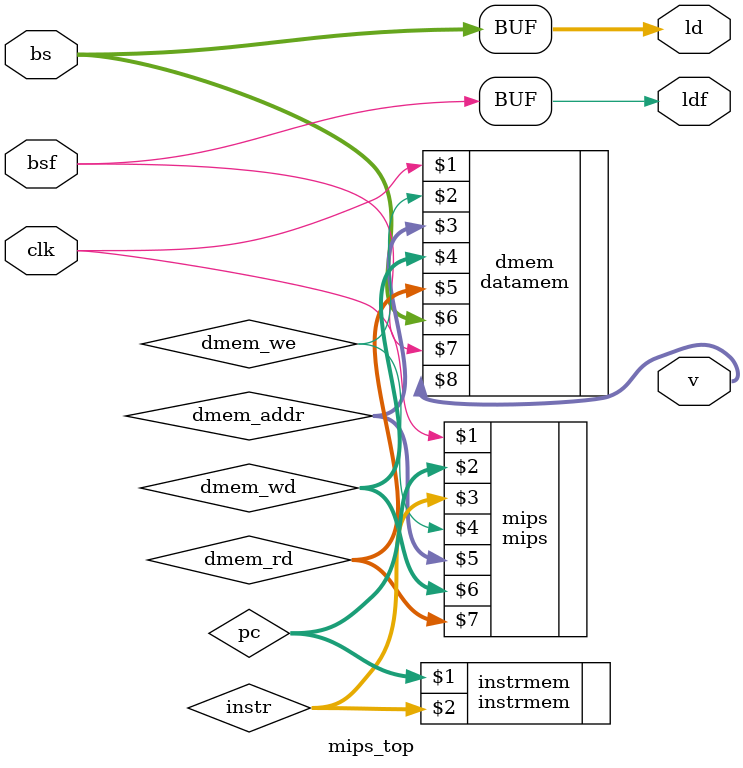
<source format=v>
/**
 * MIPS processor top module - connect clock
 * and i/o devices for testing:
 * 8 button switches to input 7bit values and 
 * 8 leds just to hightlight button switches positions,
 * 7segment display ports.
 */
module mips_top(input clk,

    input bsf,
	 input [3:0] bs,
	 
	 output [7:0] v,
	 
	 output ldf,
	 output [3:0] ld);
    
	 // Instruction memory
	 wire [31:0] pc;
	 // instruction value 
	 wire [31:0] instr;
	 instrmem instrmem(pc, instr);
	 
	 // use leds just to hightlight button switches values
	 assign ldf = bsf;
	 assign ld = bs;
	 
	 // Data memory
	 wire dmem_we;
	 wire [31:0] dmem_addr;
	 wire [31:0] dmem_wd;
	 wire [31:0] dmem_rd;
	 datamem dmem(clk, dmem_we, dmem_addr, dmem_wd, dmem_rd,		  
		  bs, bsf, v);
	 
	 // Processor core
	 mips mips(clk, 
	     pc, instr, 
		  dmem_we, dmem_addr, dmem_wd, dmem_rd);
endmodule

</source>
